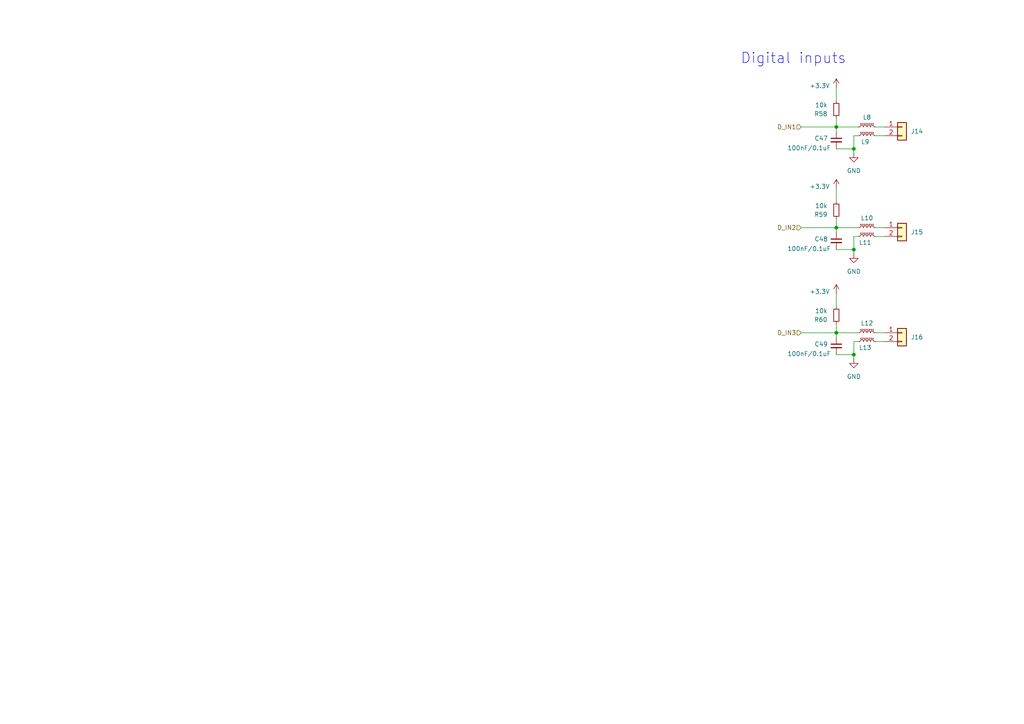
<source format=kicad_sch>
(kicad_sch (version 20231120) (generator "eeschema") (generator_version "8.0")
  (paper "A4")
  (title_block (rev "1"))
  (lib_symbols
    (symbol "Connector_Generic:Conn_01x02" (pin_names (offset 1.016) hide)
      (property "Reference" "J" (at 0 2.54 0))
      (property "Value" "Conn_01x02" (at 0 -5.08 0))
      (symbol "Conn_01x02_1_1"
        (rectangle (start -1.27 -2.413) (end 0 -2.667) (stroke (width 0.1524)))
        (rectangle (start -1.27 0.127) (end 0 -0.127) (stroke (width 0.1524)))
        (rectangle (start -1.27 1.27) (end 1.27 -3.81) (stroke (width 0.254)) (fill (type background)))
        (pin passive line (at -5.08 0 0) (length 3.81) (name "Pin_1") (number "1"))
        (pin passive line (at -5.08 -2.54 0) (length 3.81) (name "Pin_2") (number "2"))
      )
    )
    (symbol "Device:C_Small" (pin_numbers hide) (pin_names (offset 0.254) hide)
      (property "Reference" "C" (at 0.254 1.778 0))
      (property "Value" "C_Small" (at 0.254 -2.032 0))
      (symbol "C_Small_0_1"
        (polyline (pts (xy -1.524 -0.508) (xy 1.524 -0.508)) (stroke (width 0.3302)))
        (polyline (pts (xy -1.524 0.508) (xy 1.524 0.508)) (stroke (width 0.3048)))
      )
      (symbol "C_Small_1_1"
        (pin passive line (at 0 2.54 270) (length 2.032) (name "~") (number "1"))
        (pin passive line (at 0 -2.54 90) (length 2.032) (name "~") (number "2"))
      )
    )
    (symbol "Device:L_Ferrite_Small" (pin_numbers hide) (pin_names (offset 0.254) hide)
      (property "Reference" "L" (at 1.27 1.016 0))
      (property "Value" "L_Ferrite_Small" (at 1.27 -1.27 0))
      (symbol "L_Ferrite_Small_0_1"
        (arc (start 0 -2.032) (mid 0.5058 -1.524) (end 0 -1.016))
        (arc (start 0 -1.016) (mid 0.5058 -0.508) (end 0 0))
        (polyline (pts (xy 0.762 -1.905) (xy 0.762 -1.651)))
        (polyline (pts (xy 0.762 -1.397) (xy 0.762 -1.143)))
        (polyline (pts (xy 0.762 -0.889) (xy 0.762 -0.635)))
        (polyline (pts (xy 0.762 -0.381) (xy 0.762 -0.127)))
        (polyline (pts (xy 0.762 0.127) (xy 0.762 0.381)))
        (polyline (pts (xy 0.762 0.635) (xy 0.762 0.889)))
        (polyline (pts (xy 0.762 1.143) (xy 0.762 1.397)))
        (polyline (pts (xy 0.762 1.651) (xy 0.762 1.905)))
        (polyline (pts (xy 1.016 -1.651) (xy 1.016 -1.905)))
        (polyline (pts (xy 1.016 -1.143) (xy 1.016 -1.397)))
        (polyline (pts (xy 1.016 -0.635) (xy 1.016 -0.889)))
        (polyline (pts (xy 1.016 -0.127) (xy 1.016 -0.381)))
        (polyline (pts (xy 1.016 0.381) (xy 1.016 0.127)))
        (polyline (pts (xy 1.016 0.889) (xy 1.016 0.635)))
        (polyline (pts (xy 1.016 1.397) (xy 1.016 1.143)))
        (polyline (pts (xy 1.016 1.905) (xy 1.016 1.651)))
        (arc (start 0 0) (mid 0.5058 0.508) (end 0 1.016))
        (arc (start 0 1.016) (mid 0.5058 1.524) (end 0 2.032))
      )
      (symbol "L_Ferrite_Small_1_1"
        (pin passive line (at 0 2.54 270) (length 0.508) (name "~") (number "1"))
        (pin passive line (at 0 -2.54 90) (length 0.508) (name "~") (number "2"))
      )
    )
    (symbol "Device:R_Small" (pin_numbers hide) (pin_names (offset 0.254) hide)
      (property "Reference" "R" (at 0.762 0.508 0))
      (property "Value" "R_Small" (at 0.762 -1.016 0))
      (symbol "R_Small_0_1"
        (rectangle (start -0.762 1.778) (end 0.762 -1.778) (stroke (width 0.2032)))
      )
      (symbol "R_Small_1_1"
        (pin passive line (at 0 2.54 270) (length 0.762) (name "~") (number "1"))
        (pin passive line (at 0 -2.54 90) (length 0.762) (name "~") (number "2"))
      )
    )
    (symbol "power:+3.3V" (power) (pin_numbers hide) (pin_names (offset 0) hide)
      (property "Value" "+3.3V" (at 0 3.556 0))
      (symbol "+3.3V_0_1"
        (polyline (pts (xy -0.762 1.27) (xy 0 2.54)))
        (polyline (pts (xy 0 0) (xy 0 2.54)))
        (polyline (pts (xy 0 2.54) (xy 0.762 1.27)))
      )
      (symbol "+3.3V_1_1"
        (pin power_in line (at 0 0 90) (length 0) (name "~") (number "1"))
      )
    )
    (symbol "power:GND" (power) (pin_numbers hide) (pin_names (offset 0) hide)
      (property "Value" "GND" (at 0 -3.81 0))
      (symbol "GND_0_1"
        (polyline (pts (xy 0 0) (xy 0 -1.27) (xy 1.27 -1.27) (xy 0 -2.54) (xy -1.27 -1.27) (xy 0 -1.27)))
      )
      (symbol "GND_1_1"
        (pin power_in line (at 0 0 270) (length 0) (name "~") (number "1"))
      )
    )
  )
  (junction (at 242.57 36.83))
  (junction (at 247.65 43.18))
  (junction (at 247.65 102.87))
  (junction (at 242.57 96.52))
  (junction (at 247.65 72.39))
  (junction (at 242.57 66.04))
  (wire (pts (xy 242.57 63.5) (xy 242.57 66.04)))
  (wire (pts (xy 232.41 66.04) (xy 242.57 66.04)))
  (wire (pts (xy 247.65 99.06) (xy 247.65 102.87)))
  (wire (pts (xy 254 39.37) (xy 256.54 39.37)))
  (wire (pts (xy 254 96.52) (xy 256.54 96.52)))
  (wire (pts (xy 242.57 66.04) (xy 248.92 66.04)))
  (wire (pts (xy 242.57 67.31) (xy 242.57 66.04)))
  (wire (pts (xy 247.65 102.87) (xy 247.65 104.14)))
  (wire (pts (xy 247.65 72.39) (xy 247.65 73.66)))
  (wire (pts (xy 232.41 96.52) (xy 242.57 96.52)))
  (wire (pts (xy 242.57 25.4) (xy 242.57 29.21)))
  (wire (pts (xy 248.92 68.58) (xy 247.65 68.58)))
  (wire (pts (xy 247.65 68.58) (xy 247.65 72.39)))
  (wire (pts (xy 242.57 96.52) (xy 248.92 96.52)))
  (wire (pts (xy 242.57 97.79) (xy 242.57 96.52)))
  (wire (pts (xy 242.57 102.87) (xy 247.65 102.87)))
  (wire (pts (xy 247.65 39.37) (xy 247.65 43.18)))
  (wire (pts (xy 242.57 85.09) (xy 242.57 88.9)))
  (wire (pts (xy 248.92 39.37) (xy 247.65 39.37)))
  (wire (pts (xy 247.65 43.18) (xy 247.65 44.45)))
  (wire (pts (xy 242.57 34.29) (xy 242.57 36.83)))
  (wire (pts (xy 232.41 36.83) (xy 242.57 36.83)))
  (wire (pts (xy 254 36.83) (xy 256.54 36.83)))
  (wire (pts (xy 242.57 54.61) (xy 242.57 58.42)))
  (wire (pts (xy 254 66.04) (xy 256.54 66.04)))
  (wire (pts (xy 248.92 99.06) (xy 247.65 99.06)))
  (wire (pts (xy 254 99.06) (xy 256.54 99.06)))
  (wire (pts (xy 242.57 43.18) (xy 247.65 43.18)))
  (wire (pts (xy 254 68.58) (xy 256.54 68.58)))
  (wire (pts (xy 242.57 72.39) (xy 247.65 72.39)))
  (wire (pts (xy 242.57 38.1) (xy 242.57 36.83)))
  (wire (pts (xy 242.57 93.98) (xy 242.57 96.52)))
  (wire (pts (xy 242.57 36.83) (xy 248.92 36.83)))
  (text "Digital inputs" (at 230.124 17.018 0) (effects (font (size 3 3))))
  (hierarchical_label "D_IN2" (shape input) (at 232.41 66.04 180))
  (hierarchical_label "D_IN1" (shape input) (at 232.41 36.83 180))
  (hierarchical_label "D_IN3" (shape input) (at 232.41 96.52 180))
  (symbol (lib_id "Device:L_Ferrite_Small") (at 251.46 99.06 270) (mirror x) (unit 1)
    (property "Reference" "L13" (at 250.952 100.838 90))
    (property "Value" "L_Ferrite_Small" (effects (hide yes)))
    (property "Footprint" "Inductor_SMD:L_0603_1608Metric" (effects (hide yes)))
    (property "Description" "Inductor with ferrite core, small symbol" (effects (hide yes)))
    (property "LCSC" "C1002" (effects (hide yes)))
  )
  (symbol (lib_id "power:+3.3V") (at 242.57 54.61 0) (unit 1)
    (property "Reference" "#PWR0124" (effects (hide yes)))
    (property "Value" "+3.3V" (at 237.744 54.102 0))
    (property "Description" "Power symbol creates a global label with name \"+3.3V\"" (effects (hide yes)))
  )
  (symbol (lib_id "Connector_Generic:Conn_01x02") (at 261.62 66.04 0) (unit 1) (in_bom no)
    (property "Reference" "J15" (at 264.16 67.3099 0) (effects (justify left)))
    (property "Value" "D IN2" (effects (hide yes)))
    (property "Footprint" "Connector_JST:JST_PH_S2B-PH-K_1x02_P2.00mm_Horizontal" (effects (hide yes)))
    (property "Description" "Generic connector, single row, 01x02, script generated (kicad-library-utils/schlib/autogen/connector/)" (effects (hide yes)))
    (property "LCSC" "C173752" (effects (hide yes)))
  )
  (symbol (lib_id "Device:L_Ferrite_Small") (at 251.46 96.52 270) (mirror x) (unit 1)
    (property "Reference" "L12" (at 251.46 93.726 90))
    (property "Value" "L_Ferrite_Small" (effects (hide yes)))
    (property "Footprint" "Inductor_SMD:L_0603_1608Metric" (effects (hide yes)))
    (property "Description" "Inductor with ferrite core, small symbol" (effects (hide yes)))
    (property "LCSC" "C1002" (effects (hide yes)))
  )
  (symbol (lib_id "power:GND") (at 247.65 44.45 0) (unit 1)
    (property "Reference" "#PWR0123" (effects (hide yes)))
    (property "Value" "GND" (at 247.65 49.53 0))
    (property "Description" "Power symbol creates a global label with name \"GND\" , ground" (effects (hide yes)))
  )
  (symbol (lib_id "Device:C_Small") (at 242.57 40.64 0) (unit 1)
    (property "Reference" "C47" (at 236.22 40.132 0) (effects (justify left)))
    (property "Value" "100nF/0.1uF" (at 228.346 42.926 0) (effects (justify left)))
    (property "Footprint" "Capacitor_SMD:C_0603_1608Metric" (effects (hide yes)))
    (property "Description" "Unpolarized capacitor, small symbol" (effects (hide yes)))
    (property "LCSC" "C14663" (effects (hide yes)))
  )
  (symbol (lib_id "power:GND") (at 247.65 73.66 0) (unit 1)
    (property "Reference" "#PWR0125" (effects (hide yes)))
    (property "Value" "GND" (at 247.65 78.74 0))
    (property "Description" "Power symbol creates a global label with name \"GND\" , ground" (effects (hide yes)))
  )
  (symbol (lib_id "Connector_Generic:Conn_01x02") (at 261.62 36.83 0) (unit 1) (in_bom no)
    (property "Reference" "J14" (at 264.16 38.0999 0) (effects (justify left)))
    (property "Value" "D IN1" (effects (hide yes)))
    (property "Footprint" "Connector_JST:JST_PH_S2B-PH-K_1x02_P2.00mm_Horizontal" (effects (hide yes)))
    (property "Description" "Generic connector, single row, 01x02, script generated (kicad-library-utils/schlib/autogen/connector/)" (effects (hide yes)))
    (property "LCSC" "C173752" (effects (hide yes)))
  )
  (symbol (lib_id "Device:C_Small") (at 242.57 100.33 0) (unit 1)
    (property "Reference" "C49" (at 236.22 99.822 0) (effects (justify left)))
    (property "Value" "100nF/0.1uF" (at 228.346 102.616 0) (effects (justify left)))
    (property "Footprint" "Capacitor_SMD:C_0603_1608Metric" (effects (hide yes)))
    (property "Description" "Unpolarized capacitor, small symbol" (effects (hide yes)))
    (property "LCSC" "C14663" (effects (hide yes)))
  )
  (symbol (lib_id "Device:L_Ferrite_Small") (at 251.46 39.37 270) (mirror x) (unit 1)
    (property "Reference" "L9" (at 250.952 41.148 90))
    (property "Value" "L_Ferrite_Small" (effects (hide yes)))
    (property "Footprint" "Inductor_SMD:L_0603_1608Metric" (effects (hide yes)))
    (property "Description" "Inductor with ferrite core, small symbol" (effects (hide yes)))
    (property "LCSC" "C1002" (effects (hide yes)))
  )
  (symbol (lib_id "Device:C_Small") (at 242.57 69.85 0) (unit 1)
    (property "Reference" "C48" (at 236.22 69.342 0) (effects (justify left)))
    (property "Value" "100nF/0.1uF" (at 228.346 72.136 0) (effects (justify left)))
    (property "Footprint" "Capacitor_SMD:C_0603_1608Metric" (effects (hide yes)))
    (property "Description" "Unpolarized capacitor, small symbol" (effects (hide yes)))
    (property "LCSC" "C14663" (effects (hide yes)))
  )
  (symbol (lib_id "Device:L_Ferrite_Small") (at 251.46 36.83 270) (mirror x) (unit 1)
    (property "Reference" "L8" (at 251.46 34.036 90))
    (property "Value" "L_Ferrite_Small" (effects (hide yes)))
    (property "Footprint" "Inductor_SMD:L_0603_1608Metric" (effects (hide yes)))
    (property "Description" "Inductor with ferrite core, small symbol" (effects (hide yes)))
    (property "LCSC" "C1002" (effects (hide yes)))
  )
  (symbol (lib_id "Device:R_Small") (at 242.57 91.44 180) (unit 1)
    (property "Reference" "R60" (at 240.03 92.7101 0) (effects (justify left)))
    (property "Value" "10k" (at 240.03 90.1701 0) (effects (justify left)))
    (property "Footprint" "Resistor_SMD:R_0603_1608Metric" (effects (hide yes)))
    (property "Description" "Resistor, small symbol" (effects (hide yes)))
    (property "LCSC" "C25804" (effects (hide yes)))
  )
  (symbol (lib_id "Connector_Generic:Conn_01x02") (at 261.62 96.52 0) (unit 1) (in_bom no)
    (property "Reference" "J16" (at 264.16 97.7899 0) (effects (justify left)))
    (property "Value" "D IN3" (effects (hide yes)))
    (property "Footprint" "Connector_JST:JST_PH_S2B-PH-K_1x02_P2.00mm_Horizontal" (effects (hide yes)))
    (property "Description" "Generic connector, single row, 01x02, script generated (kicad-library-utils/schlib/autogen/connector/)" (effects (hide yes)))
    (property "LCSC" "C173752" (effects (hide yes)))
  )
  (symbol (lib_id "power:GND") (at 247.65 104.14 0) (unit 1)
    (property "Reference" "#PWR0127" (effects (hide yes)))
    (property "Value" "GND" (at 247.65 109.22 0))
    (property "Description" "Power symbol creates a global label with name \"GND\" , ground" (effects (hide yes)))
  )
  (symbol (lib_id "Device:R_Small") (at 242.57 31.75 180) (unit 1)
    (property "Reference" "R58" (at 240.03 33.0201 0) (effects (justify left)))
    (property "Value" "10k" (at 240.03 30.4801 0) (effects (justify left)))
    (property "Footprint" "Resistor_SMD:R_0603_1608Metric" (effects (hide yes)))
    (property "Description" "Resistor, small symbol" (effects (hide yes)))
    (property "LCSC" "C25804" (effects (hide yes)))
  )
  (symbol (lib_id "Device:R_Small") (at 242.57 60.96 180) (unit 1)
    (property "Reference" "R59" (at 240.03 62.2301 0) (effects (justify left)))
    (property "Value" "10k" (at 240.03 59.6901 0) (effects (justify left)))
    (property "Footprint" "Resistor_SMD:R_0603_1608Metric" (effects (hide yes)))
    (property "Description" "Resistor, small symbol" (effects (hide yes)))
    (property "LCSC" "C25804" (effects (hide yes)))
  )
  (symbol (lib_id "Device:L_Ferrite_Small") (at 251.46 66.04 270) (mirror x) (unit 1)
    (property "Reference" "L10" (at 251.46 63.246 90))
    (property "Value" "L_Ferrite_Small" (effects (hide yes)))
    (property "Footprint" "Inductor_SMD:L_0603_1608Metric" (effects (hide yes)))
    (property "Description" "Inductor with ferrite core, small symbol" (effects (hide yes)))
    (property "LCSC" "C1002" (effects (hide yes)))
  )
  (symbol (lib_id "Device:L_Ferrite_Small") (at 251.46 68.58 270) (mirror x) (unit 1)
    (property "Reference" "L11" (at 250.952 70.358 90))
    (property "Value" "L_Ferrite_Small" (effects (hide yes)))
    (property "Footprint" "Inductor_SMD:L_0603_1608Metric" (effects (hide yes)))
    (property "Description" "Inductor with ferrite core, small symbol" (effects (hide yes)))
    (property "LCSC" "C1002" (effects (hide yes)))
  )
  (symbol (lib_id "power:+3.3V") (at 242.57 25.4 0) (unit 1)
    (property "Reference" "#PWR086" (effects (hide yes)))
    (property "Value" "+3.3V" (at 237.744 24.892 0))
    (property "Description" "Power symbol creates a global label with name \"+3.3V\"" (effects (hide yes)))
  )
  (symbol (lib_id "power:+3.3V") (at 242.57 85.09 0) (unit 1)
    (property "Reference" "#PWR0126" (effects (hide yes)))
    (property "Value" "+3.3V" (at 237.744 84.582 0))
    (property "Description" "Power symbol creates a global label with name \"+3.3V\"" (effects (hide yes)))
  )
)
</source>
